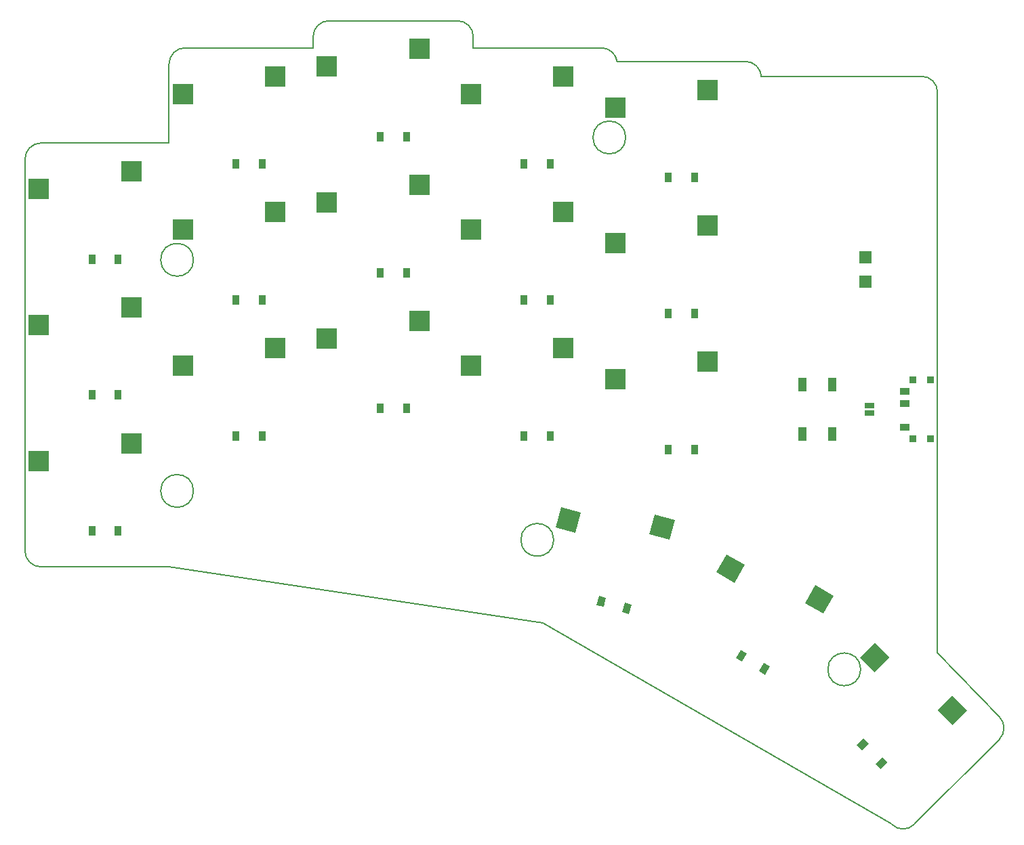
<source format=gbr>
G04 #@! TF.GenerationSoftware,KiCad,Pcbnew,5.1.5+dfsg1-2build2*
G04 #@! TF.CreationDate,2021-11-11T17:13:18+00:00*
G04 #@! TF.ProjectId,board,626f6172-642e-46b6-9963-61645f706362,VERSION_HERE*
G04 #@! TF.SameCoordinates,Original*
G04 #@! TF.FileFunction,Paste,Top*
G04 #@! TF.FilePolarity,Positive*
%FSLAX46Y46*%
G04 Gerber Fmt 4.6, Leading zero omitted, Abs format (unit mm)*
G04 Created by KiCad (PCBNEW 5.1.5+dfsg1-2build2) date 2021-11-11 17:13:18*
%MOMM*%
%LPD*%
G04 APERTURE LIST*
G04 #@! TA.AperFunction,Profile*
%ADD10C,0.150000*%
G04 #@! TD*
%ADD11R,2.600000X2.600000*%
%ADD12R,0.900000X1.200000*%
%ADD13C,0.350000*%
%ADD14R,1.500000X1.500000*%
%ADD15R,1.143000X0.635000*%
%ADD16R,1.250000X0.900000*%
%ADD17R,0.900000X0.900000*%
%ADD18R,1.100000X1.800000*%
G04 APERTURE END LIST*
D10*
X10000000Y-9500000D02*
X26000000Y-9500000D01*
X8000000Y-7500000D02*
X8000000Y41500000D01*
X10000000Y-9500000D02*
G75*
G02X8000000Y-7500000I0J2000000D01*
G01*
X26000000Y43500000D02*
X10000000Y43500000D01*
X8000000Y41500000D02*
G75*
G02X10000000Y43500000I2000000J0D01*
G01*
X44000000Y55400000D02*
X28000000Y55400000D01*
X26000000Y53400000D02*
G75*
G02X28000000Y55400000I2000000J0D01*
G01*
X26000000Y53400000D02*
X26000000Y43500000D01*
X64000000Y55400000D02*
X64000000Y56800000D01*
X62000000Y58800000D02*
G75*
G02X64000000Y56800000I0J-2000000D01*
G01*
X62000000Y58800000D02*
X46000000Y58800000D01*
X44000000Y56800000D02*
G75*
G02X46000000Y58800000I2000000J0D01*
G01*
X44000000Y56800000D02*
X44000000Y55400000D01*
X80000000Y55400000D02*
G75*
G02X81977391Y53699872I0J-2000000D01*
G01*
X80000000Y55400000D02*
X64000000Y55400000D01*
X98000000Y53700000D02*
G75*
G02X99994367Y51850000I0J-2000000D01*
G01*
X98000000Y53700000D02*
X82000000Y53700000D01*
X81977391Y53699872D02*
G75*
G02X82000000Y53700000I22609J-1999872D01*
G01*
X119117258Y-41686664D02*
G75*
G02X116288831Y-41686665I-1414214J1414213D01*
G01*
X119117258Y-41686665D02*
X129723860Y-31080063D01*
X129723859Y-28251636D02*
G75*
G02X129723860Y-31080063I-1414213J-1414214D01*
G01*
X122000000Y-20208734D02*
X129723860Y-28251636D01*
X116288831Y-41686665D02*
X72707107Y-16524745D01*
X72707107Y-16524745D02*
X26000000Y-9500000D01*
X122000000Y-20208734D02*
X122000000Y49850000D01*
X120000000Y51850000D02*
G75*
G02X122000000Y49850000I0J-2000000D01*
G01*
X120000000Y51850000D02*
X99994367Y51850000D01*
X29050000Y28900000D02*
G75*
G03X29050000Y28900000I-2050000J0D01*
G01*
X29050000Y0D02*
G75*
G03X29050000Y0I-2050000J0D01*
G01*
X83050000Y44200000D02*
G75*
G03X83050000Y44200000I-2050000J0D01*
G01*
X74050000Y-6120000D02*
G75*
G03X74050000Y-6120000I-2050000J0D01*
G01*
X112399134Y-22311939D02*
G75*
G03X112399134Y-22311939I-2050000J0D01*
G01*
D11*
G04 #@! TO.C,S1*
X21275000Y5950000D03*
X9725000Y3750000D03*
G04 #@! TD*
D12*
G04 #@! TO.C,D1*
X16350000Y-5000000D03*
X19650000Y-5000000D03*
G04 #@! TD*
D11*
G04 #@! TO.C,S2*
X21275000Y22950000D03*
X9725000Y20750000D03*
G04 #@! TD*
D12*
G04 #@! TO.C,D2*
X16350000Y12000000D03*
X19650000Y12000000D03*
G04 #@! TD*
D11*
G04 #@! TO.C,S3*
X21275000Y39950000D03*
X9725000Y37750000D03*
G04 #@! TD*
D12*
G04 #@! TO.C,D3*
X16350000Y29000000D03*
X19650000Y29000000D03*
G04 #@! TD*
D11*
G04 #@! TO.C,S4*
X39275000Y17850000D03*
X27725000Y15650000D03*
G04 #@! TD*
D12*
G04 #@! TO.C,D4*
X34350000Y6900000D03*
X37650000Y6900000D03*
G04 #@! TD*
D11*
G04 #@! TO.C,S5*
X39275000Y34850000D03*
X27725000Y32650000D03*
G04 #@! TD*
D12*
G04 #@! TO.C,D5*
X34350000Y23900000D03*
X37650000Y23900000D03*
G04 #@! TD*
D11*
G04 #@! TO.C,S6*
X39275000Y51850000D03*
X27725000Y49650000D03*
G04 #@! TD*
D12*
G04 #@! TO.C,D6*
X34350000Y40900000D03*
X37650000Y40900000D03*
G04 #@! TD*
D11*
G04 #@! TO.C,S7*
X57275000Y21250000D03*
X45725000Y19050000D03*
G04 #@! TD*
D12*
G04 #@! TO.C,D7*
X52350000Y10300000D03*
X55650000Y10300000D03*
G04 #@! TD*
D11*
G04 #@! TO.C,S8*
X57275000Y38250000D03*
X45725000Y36050000D03*
G04 #@! TD*
D12*
G04 #@! TO.C,D8*
X52350000Y27300000D03*
X55650000Y27300000D03*
G04 #@! TD*
D11*
G04 #@! TO.C,S9*
X57275000Y55250000D03*
X45725000Y53050000D03*
G04 #@! TD*
D12*
G04 #@! TO.C,D9*
X52350000Y44300000D03*
X55650000Y44300000D03*
G04 #@! TD*
D11*
G04 #@! TO.C,S10*
X75275000Y17850000D03*
X63725000Y15650000D03*
G04 #@! TD*
D12*
G04 #@! TO.C,D10*
X70350000Y6900000D03*
X73650000Y6900000D03*
G04 #@! TD*
D11*
G04 #@! TO.C,S11*
X75275000Y34850000D03*
X63725000Y32650000D03*
G04 #@! TD*
D12*
G04 #@! TO.C,D11*
X70350000Y23900000D03*
X73650000Y23900000D03*
G04 #@! TD*
D11*
G04 #@! TO.C,S12*
X75275000Y51850000D03*
X63725000Y49650000D03*
G04 #@! TD*
D12*
G04 #@! TO.C,D12*
X70350000Y40900000D03*
X73650000Y40900000D03*
G04 #@! TD*
D11*
G04 #@! TO.C,S13*
X93275000Y16150000D03*
X81725000Y13950000D03*
G04 #@! TD*
D12*
G04 #@! TO.C,D13*
X88350000Y5200000D03*
X91650000Y5200000D03*
G04 #@! TD*
D11*
G04 #@! TO.C,S14*
X93275000Y33150000D03*
X81725000Y30950000D03*
G04 #@! TD*
D12*
G04 #@! TO.C,D14*
X88350000Y22200000D03*
X91650000Y22200000D03*
G04 #@! TD*
D11*
G04 #@! TO.C,S15*
X93275000Y50150000D03*
X81725000Y47950000D03*
G04 #@! TD*
D12*
G04 #@! TO.C,D15*
X88350000Y39200000D03*
X91650000Y39200000D03*
G04 #@! TD*
D13*
G04 #@! TO.C,S16*
G36*
X86004512Y-5438613D02*
G01*
X86677441Y-2927206D01*
X89188848Y-3600135D01*
X88515919Y-6111542D01*
X86004512Y-5438613D01*
G37*
G36*
X74278667Y-4574290D02*
G01*
X74951596Y-2062883D01*
X77463003Y-2735812D01*
X76790074Y-5247219D01*
X74278667Y-4574290D01*
G37*
G04 #@! TD*
G04 #@! TO.C,D16*
G36*
X79415464Y-14284637D02*
G01*
X79726047Y-13125526D01*
X80595380Y-13358463D01*
X80284797Y-14517574D01*
X79415464Y-14284637D01*
G37*
G36*
X82603020Y-15138737D02*
G01*
X82913603Y-13979626D01*
X83782936Y-14212563D01*
X83472353Y-15371674D01*
X82603020Y-15138737D01*
G37*
G04 #@! TD*
G04 #@! TO.C,S17*
G36*
X105466400Y-14057982D02*
G01*
X106766400Y-11806316D01*
X109018066Y-13106316D01*
X107718066Y-15357982D01*
X105466400Y-14057982D01*
G37*
G36*
X94363807Y-10188238D02*
G01*
X95663807Y-7936572D01*
X97915473Y-9236572D01*
X96615473Y-11488238D01*
X94363807Y-10188238D01*
G37*
G04 #@! TD*
G04 #@! TO.C,D17*
G36*
X96812247Y-20897315D02*
G01*
X97412247Y-19858085D01*
X98191669Y-20308085D01*
X97591669Y-21347315D01*
X96812247Y-20897315D01*
G37*
G36*
X99670131Y-22547315D02*
G01*
X100270131Y-21508085D01*
X101049553Y-21958085D01*
X100449553Y-22997315D01*
X99670131Y-22547315D01*
G37*
G04 #@! TD*
G04 #@! TO.C,S18*
G36*
X122033582Y-27420789D02*
G01*
X123872060Y-25582311D01*
X125710538Y-27420789D01*
X123872060Y-29259267D01*
X122033582Y-27420789D01*
G37*
G36*
X112310864Y-20809341D02*
G01*
X114149342Y-18970863D01*
X115987820Y-20809341D01*
X114149342Y-22647819D01*
X112310864Y-20809341D01*
G37*
G04 #@! TD*
G04 #@! TO.C,D18*
G36*
X111904812Y-31787140D02*
G01*
X112753340Y-30938612D01*
X113389736Y-31575008D01*
X112541208Y-32423536D01*
X111904812Y-31787140D01*
G37*
G36*
X114238264Y-34120592D02*
G01*
X115086792Y-33272064D01*
X115723188Y-33908460D01*
X114874660Y-34756988D01*
X114238264Y-34120592D01*
G37*
G04 #@! TD*
D14*
G04 #@! TO.C,PAD1*
X113000000Y26200000D03*
G04 #@! TD*
G04 #@! TO.C,PAD2*
X113000000Y29200000D03*
G04 #@! TD*
D15*
G04 #@! TO.C,J2*
X113500000Y10700380D03*
X113500000Y9699620D03*
G04 #@! TD*
D16*
G04 #@! TO.C,T1*
X117925000Y7950000D03*
X117925000Y10950000D03*
X117925000Y12450000D03*
D17*
X121100000Y6500000D03*
X118900000Y6500000D03*
X118900000Y13900000D03*
X121100000Y13900000D03*
G04 #@! TD*
D18*
G04 #@! TO.C,B1*
X108850000Y13300000D03*
X108850000Y7100000D03*
X105150000Y13300000D03*
X105150000Y7100000D03*
G04 #@! TD*
M02*

</source>
